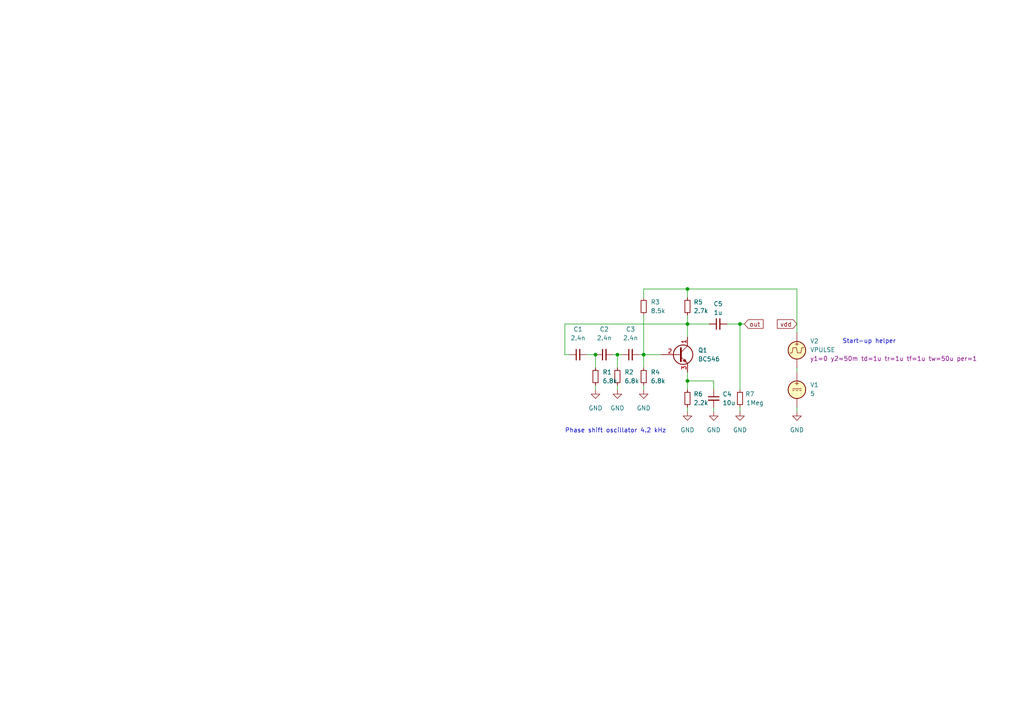
<source format=kicad_sch>
(kicad_sch (version 20231120) (generator "eeschema") (generator_version "7.99")
  (paper "A4")
  (lib_symbols
    (symbol "Device:C_Small" (pin_numbers hide) (pin_names (offset 0.254) hide)
      (property "Reference" "C" (at 0.254 1.778 0))
      (property "Value" "C_Small" (at 0.254 -2.032 0))
      (symbol "C_Small_0_1"
        (polyline (pts (xy -1.524 -0.508) (xy 1.524 -0.508)) (stroke (width 0.3302)))
        (polyline (pts (xy -1.524 0.508) (xy 1.524 0.508)) (stroke (width 0.3048)))
      )
      (symbol "C_Small_1_1"
        (pin passive line (at 0 2.54 270) (length 2.032) (name "~") (number "1"))
        (pin passive line (at 0 -2.54 90) (length 2.032) (name "~") (number "2"))
      )
    )
    (symbol "Device:R_Small" (pin_numbers hide) (pin_names (offset 0.254) hide)
      (property "Reference" "R" (at 0.762 0.508 0))
      (property "Value" "R_Small" (at 0.762 -1.016 0))
      (symbol "R_Small_0_1"
        (rectangle (start -0.762 1.778) (end 0.762 -1.778) (stroke (width 0.2032)))
      )
      (symbol "R_Small_1_1"
        (pin passive line (at 0 2.54 270) (length 0.762) (name "~") (number "1"))
        (pin passive line (at 0 -2.54 90) (length 0.762) (name "~") (number "2"))
      )
    )
    (symbol "Simulation_SPICE:VDC" (pin_numbers hide) (pin_names (offset 0.0254))
      (property "Reference" "V" (at 2.54 2.54 0))
      (property "Value" "VDC" (at 2.54 0 0))
      (property "Spice_Model" "dc(1)" (at 2.54 -2.54 0))
      (symbol "VDC_0_0"
        (polyline (pts (xy -1.27 0.254) (xy 1.27 0.254)))
        (polyline (pts (xy -0.762 -0.254) (xy -1.27 -0.254)))
        (polyline (pts (xy 0.254 -0.254) (xy -0.254 -0.254)))
        (polyline (pts (xy 1.27 -0.254) (xy 0.762 -0.254)))
        (text "+" (at 0 1.905 0) (effects (font (size 1.27 1.27))))
      )
      (symbol "VDC_0_1"
        (circle (center 0 0) (radius 2.54) (stroke (width 0.254)) (fill (type background)))
      )
      (symbol "VDC_1_1"
        (pin passive line (at 0 5.08 270) (length 2.54) (name "~") (number "1"))
        (pin passive line (at 0 -5.08 90) (length 2.54) (name "~") (number "2"))
      )
    )
    (symbol "Simulation_SPICE:VPULSE" (pin_numbers hide) (pin_names (offset 0.0254))
      (property "Reference" "V" (at 2.54 2.54 0))
      (property "Value" "VPULSE" (at 2.54 0 0))
      (property "Sim.Params" "y1=0 y2=1 td=2n tr=2n tf=2n tw=50n per=100n" (at 2.54 -2.54 0))
      (symbol "VPULSE_0_0"
        (polyline (pts (xy -2.032 -0.762) (xy -1.397 -0.762) (xy -1.143 0.762) (xy -0.127 0.762) (xy 0.127 -0.762) (xy 1.143 -0.762) (xy 1.397 0.762) (xy 2.032 0.762)))
        (text "+" (at 0 1.905 0) (effects (font (size 1.27 1.27))))
      )
      (symbol "VPULSE_0_1"
        (circle (center 0 0) (radius 2.54) (stroke (width 0.254)) (fill (type background)))
      )
      (symbol "VPULSE_1_1"
        (pin passive line (at 0 5.08 270) (length 2.54) (name "~") (number "1"))
        (pin passive line (at 0 -5.08 90) (length 2.54) (name "~") (number "2"))
      )
    )
    (symbol "Transistor_BJT:BC546" (pin_names (offset 0) hide)
      (property "Reference" "Q" (at 5.08 1.905 0))
      (property "Value" "BC546" (at 5.08 0 0))
      (symbol "BC546_0_1"
        (polyline (pts (xy 0 0) (xy 0.635 0)))
        (polyline (pts (xy 0.635 0.635) (xy 2.54 2.54)))
        (polyline (pts (xy 0.635 -0.635) (xy 2.54 -2.54) (xy 2.54 -2.54)))
        (polyline (pts (xy 0.635 1.905) (xy 0.635 -1.905) (xy 0.635 -1.905)) (stroke (width 0.508)))
        (polyline (pts (xy 1.27 -1.778) (xy 1.778 -1.27) (xy 2.286 -2.286) (xy 1.27 -1.778) (xy 1.27 -1.778)) (fill (type outline)))
        (circle (center 1.27 0) (radius 2.8194) (stroke (width 0.254)))
      )
      (symbol "BC546_1_1"
        (pin passive line (at 2.54 5.08 270) (length 2.54) (name "C") (number "1"))
        (pin input line (at -5.08 0 0) (length 5.08) (name "B") (number "2"))
        (pin passive line (at 2.54 -5.08 90) (length 2.54) (name "E") (number "3"))
      )
    )
    (symbol "power:GND" (power) (pin_names (offset 0))
      (property "Value" "GND" (at 0 -3.81 0))
      (symbol "GND_0_1"
        (polyline (pts (xy 0 0) (xy 0 -1.27) (xy 1.27 -1.27) (xy 0 -2.54) (xy -1.27 -1.27) (xy 0 -1.27)))
      )
      (symbol "GND_1_1"
        (pin power_in line (at 0 0 270) (length 0) hide (name "GND") (number "1"))
      )
    )
  )
  (junction (at 172.72 102.87))
  (junction (at 199.39 110.49))
  (junction (at 179.07 102.87))
  (junction (at 214.63 93.98))
  (junction (at 186.69 102.87))
  (junction (at 199.39 83.82))
  (junction (at 199.39 93.98))
  (wire (pts (xy 199.39 107.95) (xy 199.39 110.49)))
  (wire (pts (xy 231.14 118.11) (xy 231.14 119.38)))
  (wire (pts (xy 199.39 91.44) (xy 199.39 93.98)))
  (wire (pts (xy 199.39 83.82) (xy 199.39 86.36)))
  (wire (pts (xy 179.07 111.76) (xy 179.07 113.03)))
  (wire (pts (xy 231.14 83.82) (xy 231.14 96.52)))
  (wire (pts (xy 207.01 118.11) (xy 207.01 119.38)))
  (wire (pts (xy 199.39 93.98) (xy 199.39 97.79)))
  (wire (pts (xy 163.83 102.87) (xy 165.1 102.87)))
  (wire (pts (xy 163.83 93.98) (xy 199.39 93.98)))
  (wire (pts (xy 207.01 110.49) (xy 207.01 113.03)))
  (wire (pts (xy 199.39 83.82) (xy 231.14 83.82)))
  (wire (pts (xy 185.42 102.87) (xy 186.69 102.87)))
  (wire (pts (xy 210.82 93.98) (xy 214.63 93.98)))
  (wire (pts (xy 199.39 93.98) (xy 205.74 93.98)))
  (wire (pts (xy 199.39 110.49) (xy 207.01 110.49)))
  (wire (pts (xy 172.72 102.87) (xy 172.72 106.68)))
  (wire (pts (xy 172.72 111.76) (xy 172.72 113.03)))
  (wire (pts (xy 191.77 102.87) (xy 186.69 102.87)))
  (wire (pts (xy 186.69 102.87) (xy 186.69 91.44)))
  (wire (pts (xy 177.8 102.87) (xy 179.07 102.87)))
  (wire (pts (xy 186.69 83.82) (xy 199.39 83.82)))
  (wire (pts (xy 199.39 118.11) (xy 199.39 119.38)))
  (wire (pts (xy 170.18 102.87) (xy 172.72 102.87)))
  (wire (pts (xy 163.83 102.87) (xy 163.83 93.98)))
  (wire (pts (xy 179.07 102.87) (xy 179.07 106.68)))
  (wire (pts (xy 214.63 93.98) (xy 214.63 113.03)))
  (wire (pts (xy 231.14 106.68) (xy 231.14 107.95)))
  (wire (pts (xy 180.34 102.87) (xy 179.07 102.87)))
  (wire (pts (xy 214.63 93.98) (xy 215.9 93.98)))
  (wire (pts (xy 186.69 111.76) (xy 186.69 113.03)))
  (wire (pts (xy 199.39 110.49) (xy 199.39 113.03)))
  (wire (pts (xy 186.69 86.36) (xy 186.69 83.82)))
  (wire (pts (xy 214.63 118.11) (xy 214.63 119.38)))
  (wire (pts (xy 186.69 102.87) (xy 186.69 106.68)))
  (text "Phase shift oscillator 4.2 kHz" (at 163.83 125.73 0) (effects (font (size 1.27 1.27)) (justify left bottom)))
  (text "Start-up helper" (at 252.095 99.06 0) (effects (font (size 1.27 1.27))))
  (global_label "out" (shape input) (at 215.9 93.98 0) (property "Intersheetrefs" "${INTERSHEET_REFS}" (effects (hide yes))))
  (global_label "vdd" (shape input) (at 231.14 93.98 180) (property "Intersheetrefs" "${INTERSHEET_REFS}" (effects (hide yes))))
  (symbol (lib_id "Device:C_Small") (at 207.01 115.57 0) (unit 1)
    (property "Reference" "C4" (at 209.55 114.3062 0) (effects (justify left)))
    (property "Value" "10u" (at 209.55 116.8462 0) (effects (justify left)))
  )
  (symbol (lib_id "Simulation_SPICE:VDC") (at 231.14 113.03 0) (unit 1)
    (property "Reference" "V1" (at 234.95 111.6301 0) (effects (justify left)))
    (property "Value" "5" (at 234.95 114.1701 0) (effects (justify left)))
    (property "Sim.Device" "SPICE" (effects (hide yes)))
    (property "Sim.Params" "type=\"V\" model=\"5\" lib=\"\"" (effects (hide yes)))
    (property "Sim.Pins" "1=1 2=2" (effects (hide yes)))
  )
  (symbol (lib_id "Device:R_Small") (at 199.39 88.9 0) (unit 1)
    (property "Reference" "R5" (at 201.168 87.6299 0) (effects (justify left)))
    (property "Value" "2.7k" (at 201.168 90.1699 0) (effects (justify left)))
  )
  (symbol (lib_id "Device:R_Small") (at 214.63 115.57 0) (unit 1)
    (property "Reference" "R7" (at 216.154 114.2999 0) (effects (justify left)))
    (property "Value" "1Meg" (at 216.408 116.84 0) (effects (justify left)))
  )
  (symbol (lib_id "Simulation_SPICE:VPULSE") (at 231.14 101.6 0) (unit 1)
    (property "Reference" "V2" (at 234.95 98.9301 0) (effects (justify left)))
    (property "Value" "VPULSE" (at 234.95 101.4701 0) (effects (justify left)))
    (property "Description" "Voltage source, pulse" (effects (hide yes)))
    (property "Sim.Pins" "1=+ 2=-" (effects (hide yes)))
    (property "Sim.Type" "PULSE" (effects (hide yes)))
    (property "Sim.Device" "V" (effects (hide yes)))
    (property "Sim.Params" "y1=0 y2=50m td=1u tr=1u tf=1u tw=50u per=1" (at 234.95 104.0101 0) (effects (justify left)))
  )
  (symbol (lib_id "Device:C_Small") (at 208.28 93.98 90) (unit 1)
    (property "Reference" "C5" (at 208.28 88.138 90))
    (property "Value" "1u" (at 208.28 90.678 90))
  )
  (symbol (lib_id "power:GND") (at 214.63 119.38 0) (unit 1)
    (property "Reference" "#PWR06" (effects (hide yes)))
    (property "Value" "GND" (at 214.63 124.714 0))
  )
  (symbol (lib_id "Transistor_BJT:BC546") (at 196.85 102.87 0) (unit 1)
    (property "Reference" "Q1" (at 202.438 101.5999 0) (effects (justify left)))
    (property "Value" "BC546" (at 202.438 104.1399 0) (effects (justify left)))
    (property "Footprint" "Package_TO_SOT_THT:TO-92_Inline" (effects (hide yes)))
    (property "Datasheet" "https://www.onsemi.com/pub/Collateral/BC550-D.pdf" (effects (hide yes)))
    (property "Sim.Library" "BC546.lib" (effects (hide yes)))
    (property "Sim.Name" "BC546B" (effects (hide yes)))
    (property "Sim.Pins" "1=C 2=B 3=E" (effects (hide yes)))
  )
  (symbol (lib_id "power:GND") (at 231.14 119.38 0) (unit 1)
    (property "Reference" "#PWR07" (effects (hide yes)))
    (property "Value" "GND" (at 231.14 124.714 0))
  )
  (symbol (lib_id "Device:C_Small") (at 175.26 102.87 90) (unit 1)
    (property "Reference" "C2" (at 175.2663 95.504 90))
    (property "Value" "2.4n" (at 175.2663 98.044 90))
  )
  (symbol (lib_id "power:GND") (at 179.07 113.03 0) (unit 1)
    (property "Reference" "#PWR02" (effects (hide yes)))
    (property "Value" "GND" (at 179.07 118.364 0))
  )
  (symbol (lib_id "Device:R_Small") (at 179.07 109.22 0) (unit 1)
    (property "Reference" "R2" (at 181.102 107.9499 0) (effects (justify left)))
    (property "Value" "6.8k" (at 181.102 110.4899 0) (effects (justify left)))
  )
  (symbol (lib_id "Device:C_Small") (at 167.64 102.87 90) (unit 1)
    (property "Reference" "C1" (at 167.6463 95.504 90))
    (property "Value" "2.4n" (at 167.6463 98.044 90))
  )
  (symbol (lib_id "power:GND") (at 172.72 113.03 0) (unit 1)
    (property "Reference" "#PWR01" (effects (hide yes)))
    (property "Value" "GND" (at 172.72 118.364 0))
  )
  (symbol (lib_id "Device:R_Small") (at 186.69 88.9 0) (unit 1)
    (property "Reference" "R3" (at 188.722 87.6299 0) (effects (justify left)))
    (property "Value" "8.5k" (at 188.722 90.1699 0) (effects (justify left)))
  )
  (symbol (lib_id "Device:C_Small") (at 182.88 102.87 90) (unit 1)
    (property "Reference" "C3" (at 182.8863 95.504 90))
    (property "Value" "2.4n" (at 182.8863 98.044 90))
  )
  (symbol (lib_id "power:GND") (at 207.01 119.38 0) (unit 1)
    (property "Reference" "#PWR05" (effects (hide yes)))
    (property "Value" "GND" (at 207.01 124.714 0))
  )
  (symbol (lib_id "Device:R_Small") (at 172.72 109.22 0) (unit 1)
    (property "Reference" "R1" (at 174.752 107.9499 0) (effects (justify left)))
    (property "Value" "6.8k" (at 174.752 110.4899 0) (effects (justify left)))
  )
  (symbol (lib_id "power:GND") (at 199.39 119.38 0) (unit 1)
    (property "Reference" "#PWR04" (effects (hide yes)))
    (property "Value" "GND" (at 199.39 124.714 0))
  )
  (symbol (lib_id "Device:R_Small") (at 186.69 109.22 0) (unit 1)
    (property "Reference" "R4" (at 188.722 107.9499 0) (effects (justify left)))
    (property "Value" "6.8k" (at 188.722 110.4899 0) (effects (justify left)))
  )
  (symbol (lib_id "Device:R_Small") (at 199.39 115.57 0) (unit 1)
    (property "Reference" "R6" (at 201.168 114.2999 0) (effects (justify left)))
    (property "Value" "2.2k" (at 201.168 116.8399 0) (effects (justify left)))
  )
  (symbol (lib_id "power:GND") (at 186.69 113.03 0) (unit 1)
    (property "Reference" "#PWR03" (effects (hide yes)))
    (property "Value" "GND" (at 186.69 118.364 0))
  )
)
</source>
